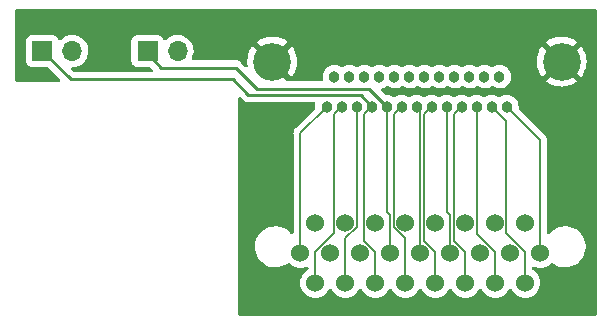
<source format=gbr>
%TF.GenerationSoftware,KiCad,Pcbnew,(6.0.5)*%
%TF.CreationDate,2022-07-15T13:10:31-06:00*%
%TF.ProjectId,25to25,3235746f-3235-42e6-9b69-6361645f7063,rev?*%
%TF.SameCoordinates,Original*%
%TF.FileFunction,Copper,L1,Top*%
%TF.FilePolarity,Positive*%
%FSLAX46Y46*%
G04 Gerber Fmt 4.6, Leading zero omitted, Abs format (unit mm)*
G04 Created by KiCad (PCBNEW (6.0.5)) date 2022-07-15 13:10:31*
%MOMM*%
%LPD*%
G01*
G04 APERTURE LIST*
%TA.AperFunction,ComponentPad*%
%ADD10R,1.700000X1.700000*%
%TD*%
%TA.AperFunction,ComponentPad*%
%ADD11O,1.700000X1.700000*%
%TD*%
%TA.AperFunction,ComponentPad*%
%ADD12C,3.200400*%
%TD*%
%TA.AperFunction,ComponentPad*%
%ADD13C,0.965200*%
%TD*%
%TA.AperFunction,ComponentPad*%
%ADD14C,1.530000*%
%TD*%
%TA.AperFunction,Conductor*%
%ADD15C,0.250000*%
%TD*%
%TA.AperFunction,Conductor*%
%ADD16C,0.127000*%
%TD*%
G04 APERTURE END LIST*
D10*
%TO.P,J2,1,Pin_1*%
%TO.N,Net-(J2-Pad1)*%
X117550000Y-62600000D03*
D11*
%TO.P,J2,2,Pin_2*%
%TO.N,Net-(J2-Pad2)*%
X120090000Y-62600000D03*
%TD*%
D12*
%TO.P,J3,0,PAD*%
%TO.N,GND*%
X137009999Y-63490000D03*
X161510001Y-63490000D03*
D13*
%TO.P,J3,1,1*%
%TO.N,Net-(J3-Pad1)*%
X156880000Y-67300000D03*
%TO.P,J3,2,2*%
%TO.N,Net-(J3-Pad2)*%
X155610000Y-67300000D03*
%TO.P,J3,3,3*%
%TO.N,Net-(J3-Pad3)*%
X154340000Y-67300000D03*
%TO.P,J3,4,4*%
%TO.N,Net-(J3-Pad4)*%
X153070000Y-67300000D03*
%TO.P,J3,5,5*%
%TO.N,Net-(J3-Pad5)*%
X151800000Y-67300000D03*
%TO.P,J3,6,6*%
%TO.N,Net-(J3-Pad6)*%
X150530000Y-67300000D03*
%TO.P,J3,7,7*%
%TO.N,Net-(J3-Pad7)*%
X149260000Y-67300000D03*
%TO.P,J3,8,8*%
%TO.N,Net-(J3-Pad8)*%
X147990000Y-67300000D03*
%TO.P,J3,9,9*%
%TO.N,Net-(J1-Pad1)*%
X146720000Y-67300000D03*
%TO.P,J3,10,10*%
%TO.N,Net-(J2-Pad1)*%
X145450000Y-67300000D03*
%TO.P,J3,11,11*%
%TO.N,Net-(J3-Pad11)*%
X144180000Y-67300000D03*
%TO.P,J3,12,12*%
%TO.N,Net-(J3-Pad12)*%
X142910000Y-67300000D03*
%TO.P,J3,13,13*%
%TO.N,Net-(J3-Pad13)*%
X141640000Y-67300000D03*
%TO.P,J3,14,P14*%
%TO.N,Net-(J3-Pad14)*%
X156245000Y-64760000D03*
%TO.P,J3,15,P15*%
%TO.N,Net-(J3-Pad15)*%
X154975000Y-64760000D03*
%TO.P,J3,16,P16*%
%TO.N,Net-(J3-Pad16)*%
X153705000Y-64760000D03*
%TO.P,J3,17,P17*%
%TO.N,Net-(J3-Pad17)*%
X152435000Y-64760000D03*
%TO.P,J3,18,P18*%
%TO.N,Net-(J3-Pad18)*%
X151165000Y-64760000D03*
%TO.P,J3,19,P19*%
%TO.N,Net-(J3-Pad19)*%
X149895000Y-64760000D03*
%TO.P,J3,20,P20*%
%TO.N,Net-(J3-Pad20)*%
X148625000Y-64760000D03*
%TO.P,J3,21,P21*%
%TO.N,Net-(J3-Pad21)*%
X147355000Y-64760000D03*
%TO.P,J3,22,P22*%
%TO.N,Net-(J1-Pad2)*%
X146085000Y-64760000D03*
%TO.P,J3,23,P23*%
%TO.N,Net-(J2-Pad2)*%
X144815000Y-64760000D03*
%TO.P,J3,24,P24*%
%TO.N,Net-(J3-Pad24)*%
X143545000Y-64760000D03*
%TO.P,J3,25,P25*%
%TO.N,Net-(J3-Pad25)*%
X142275000Y-64760000D03*
%TD*%
D10*
%TO.P,J1,1,Pin_1*%
%TO.N,Net-(J1-Pad1)*%
X126450000Y-62600000D03*
D11*
%TO.P,J1,2,Pin_2*%
%TO.N,Net-(J1-Pad2)*%
X128990000Y-62600000D03*
%TD*%
D14*
%TO.P,J4,1,1*%
%TO.N,Net-(J3-Pad1)*%
X159705033Y-79683276D03*
%TO.P,J4,2,2*%
%TO.N,Net-(J3-Pad2)*%
X158435033Y-82223276D03*
%TO.P,J4,3,3*%
%TO.N,Net-(J3-Pad3)*%
X155895033Y-82223276D03*
%TO.P,J4,4,4*%
%TO.N,Net-(J3-Pad4)*%
X153355033Y-82223276D03*
%TO.P,J4,5,5*%
%TO.N,Net-(J3-Pad5)*%
X152085033Y-79683276D03*
%TO.P,J4,6,6*%
%TO.N,Net-(J3-Pad6)*%
X150815033Y-82223276D03*
%TO.P,J4,7,7*%
%TO.N,Net-(J3-Pad7)*%
X149545033Y-79683276D03*
%TO.P,J4,8,8*%
%TO.N,Net-(J3-Pad8)*%
X148275033Y-82223276D03*
%TO.P,J4,9,9*%
%TO.N,Net-(J1-Pad1)*%
X147005033Y-79683276D03*
%TO.P,J4,10,10*%
%TO.N,Net-(J2-Pad1)*%
X145735033Y-82223276D03*
%TO.P,J4,11,11*%
%TO.N,Net-(J3-Pad11)*%
X143195033Y-82223276D03*
%TO.P,J4,12,12*%
%TO.N,Net-(J3-Pad12)*%
X140655033Y-82223276D03*
%TO.P,J4,13,13*%
%TO.N,Net-(J3-Pad13)*%
X139385033Y-79683276D03*
%TO.P,J4,14,P14*%
%TO.N,Net-(J3-Pad14)*%
X158435033Y-77143276D03*
%TO.P,J4,15,P15*%
%TO.N,Net-(J3-Pad15)*%
X157165033Y-79683276D03*
%TO.P,J4,16,P16*%
%TO.N,Net-(J3-Pad16)*%
X155895033Y-77143276D03*
%TO.P,J4,17,P17*%
%TO.N,Net-(J3-Pad17)*%
X154625033Y-79683276D03*
%TO.P,J4,18,P18*%
%TO.N,Net-(J3-Pad18)*%
X153355033Y-77143276D03*
%TO.P,J4,19,P19*%
%TO.N,Net-(J3-Pad19)*%
X150815033Y-77143276D03*
%TO.P,J4,20,P20*%
%TO.N,Net-(J3-Pad20)*%
X148275033Y-77143276D03*
%TO.P,J4,21,P21*%
%TO.N,Net-(J3-Pad21)*%
X145735033Y-77143276D03*
%TO.P,J4,22,P22*%
%TO.N,Net-(J1-Pad2)*%
X144465033Y-79683276D03*
%TO.P,J4,23,P23*%
%TO.N,Net-(J2-Pad2)*%
X143195033Y-77143276D03*
%TO.P,J4,24,P24*%
%TO.N,Net-(J3-Pad24)*%
X141925033Y-79683276D03*
%TO.P,J4,25,P25*%
%TO.N,Net-(J3-Pad25)*%
X140655033Y-77143276D03*
%TD*%
D15*
%TO.N,Net-(J1-Pad1)*%
X145220000Y-65800000D02*
X135700000Y-65800000D01*
X127600000Y-64000000D02*
X126450000Y-62850000D01*
X146720000Y-67300000D02*
X145220000Y-65800000D01*
X126450000Y-62850000D02*
X126450000Y-62600000D01*
D16*
X147005033Y-76483276D02*
X146720000Y-76198243D01*
X146720000Y-67300000D02*
X146720000Y-76198243D01*
D15*
X133900000Y-64000000D02*
X127600000Y-64000000D01*
D16*
X147005033Y-79683276D02*
X147005033Y-76483276D01*
D15*
X135700000Y-65800000D02*
X133900000Y-64000000D01*
%TO.N,Net-(J2-Pad1)*%
X133700000Y-65000000D02*
X135000000Y-66300000D01*
X135000000Y-66300000D02*
X144500000Y-66300000D01*
D16*
X144807022Y-78712858D02*
X145735033Y-79640869D01*
D15*
X117550000Y-62600000D02*
X119950000Y-65000000D01*
X119950000Y-65000000D02*
X133700000Y-65000000D01*
D16*
X145450000Y-67300000D02*
X144807022Y-67942978D01*
D15*
X144500000Y-66350000D02*
X145450000Y-67300000D01*
D16*
X144807022Y-67942978D02*
X144807022Y-78712858D01*
X145735033Y-79640869D02*
X145735033Y-82223276D01*
D15*
X144500000Y-66300000D02*
X144500000Y-66350000D01*
D16*
%TO.N,Net-(J3-Pad1)*%
X159705033Y-79683276D02*
X159705033Y-70125033D01*
X159705033Y-70125033D02*
X156880000Y-67300000D01*
%TO.N,Net-(J3-Pad2)*%
X158435033Y-79640869D02*
X158435033Y-82223276D01*
X155610000Y-67300000D02*
X156823044Y-68513044D01*
X156823044Y-78028880D02*
X158435033Y-79640869D01*
X156823044Y-68513044D02*
X156823044Y-78028880D01*
%TO.N,Net-(J3-Pad3)*%
X154340000Y-67300000D02*
X154340000Y-78085836D01*
X154340000Y-78085836D02*
X155895033Y-79640869D01*
X155895033Y-79640869D02*
X155895033Y-82223276D01*
%TO.N,Net-(J3-Pad4)*%
X153070000Y-67300000D02*
X152427022Y-67942978D01*
X153355033Y-79640869D02*
X153355033Y-82223276D01*
X152427022Y-78712858D02*
X153355033Y-79640869D01*
X152427022Y-67942978D02*
X152427022Y-78712858D01*
%TO.N,Net-(J3-Pad5)*%
X152085033Y-76483276D02*
X152085033Y-79683276D01*
X151800000Y-76198243D02*
X152085033Y-76483276D01*
X151800000Y-67300000D02*
X151800000Y-76198243D01*
%TO.N,Net-(J3-Pad6)*%
X149887022Y-78712858D02*
X150815033Y-79640869D01*
X150815033Y-79640869D02*
X150815033Y-82223276D01*
X150530000Y-67300000D02*
X149887022Y-67942978D01*
X149887022Y-67942978D02*
X149887022Y-78712858D01*
%TO.N,Net-(J3-Pad7)*%
X149260000Y-67300000D02*
X149545033Y-67585033D01*
X149545033Y-67585033D02*
X149545033Y-79683276D01*
%TO.N,Net-(J3-Pad8)*%
X148275033Y-78455683D02*
X148275033Y-82223276D01*
X147347022Y-77527672D02*
X148275033Y-78455683D01*
X147990000Y-67300000D02*
X147347022Y-67942978D01*
X147347022Y-67942978D02*
X147347022Y-77527672D01*
%TO.N,Net-(J3-Pad11)*%
X144180000Y-77470716D02*
X144180000Y-67300000D01*
X143195033Y-78455683D02*
X144180000Y-77470716D01*
X143195033Y-82223276D02*
X143195033Y-78455683D01*
%TO.N,Net-(J3-Pad12)*%
X142910000Y-67300000D02*
X142267022Y-67942978D01*
X142267022Y-78028880D02*
X140655033Y-79640869D01*
X142267022Y-67942978D02*
X142267022Y-78028880D01*
X140655033Y-79640869D02*
X140655033Y-82223276D01*
%TO.N,Net-(J3-Pad13)*%
X139385033Y-69554967D02*
X139385033Y-79683276D01*
X141640000Y-67300000D02*
X139385033Y-69554967D01*
%TD*%
%TA.AperFunction,Conductor*%
%TO.N,GND*%
G36*
X164433621Y-59028502D02*
G01*
X164480114Y-59082158D01*
X164491500Y-59134500D01*
X164491500Y-84865500D01*
X164471498Y-84933621D01*
X164417842Y-84980114D01*
X164365500Y-84991500D01*
X134234500Y-84991500D01*
X134166379Y-84971498D01*
X134119886Y-84917842D01*
X134108500Y-84865500D01*
X134108500Y-66608594D01*
X134128502Y-66540473D01*
X134182158Y-66493980D01*
X134252432Y-66483876D01*
X134317012Y-66513370D01*
X134323595Y-66519499D01*
X134496343Y-66692247D01*
X134503887Y-66700537D01*
X134508000Y-66707018D01*
X134513777Y-66712443D01*
X134557667Y-66753658D01*
X134560509Y-66756413D01*
X134580231Y-66776135D01*
X134583355Y-66778558D01*
X134583359Y-66778562D01*
X134583424Y-66778612D01*
X134592445Y-66786317D01*
X134624679Y-66816586D01*
X134631627Y-66820405D01*
X134631629Y-66820407D01*
X134642432Y-66826346D01*
X134658959Y-66837202D01*
X134668698Y-66844757D01*
X134668700Y-66844758D01*
X134674960Y-66849614D01*
X134715540Y-66867174D01*
X134726188Y-66872391D01*
X134764940Y-66893695D01*
X134772616Y-66895666D01*
X134772619Y-66895667D01*
X134784562Y-66898733D01*
X134803267Y-66905137D01*
X134821855Y-66913181D01*
X134829678Y-66914420D01*
X134829688Y-66914423D01*
X134865524Y-66920099D01*
X134877144Y-66922505D01*
X134912289Y-66931528D01*
X134919970Y-66933500D01*
X134940224Y-66933500D01*
X134959934Y-66935051D01*
X134979943Y-66938220D01*
X134987835Y-66937474D01*
X135023961Y-66934059D01*
X135035819Y-66933500D01*
X140544775Y-66933500D01*
X140612896Y-66953502D01*
X140659389Y-67007158D01*
X140669493Y-67077432D01*
X140668022Y-67085697D01*
X140667731Y-67087066D01*
X140665867Y-67092942D01*
X140644201Y-67286095D01*
X140644717Y-67292239D01*
X140654860Y-67413035D01*
X140640628Y-67482591D01*
X140618397Y-67512673D01*
X139012919Y-69118151D01*
X139000528Y-69129018D01*
X138977078Y-69147012D01*
X138885392Y-69266499D01*
X138827756Y-69405645D01*
X138813033Y-69517475D01*
X138813033Y-69517481D01*
X138808098Y-69554967D01*
X138809176Y-69563155D01*
X138809176Y-69563156D01*
X138811955Y-69584265D01*
X138813033Y-69600711D01*
X138813033Y-77963398D01*
X138793031Y-78031519D01*
X138739375Y-78078012D01*
X138669101Y-78088116D01*
X138604521Y-78058622D01*
X138595314Y-78049350D01*
X138595263Y-78049401D01*
X138530826Y-77984626D01*
X138409794Y-77862959D01*
X138198259Y-77706716D01*
X137965523Y-77584269D01*
X137716944Y-77498433D01*
X137597862Y-77476685D01*
X137462213Y-77451911D01*
X137462210Y-77451911D01*
X137458242Y-77451186D01*
X137374096Y-77446776D01*
X137210159Y-77446776D01*
X137207780Y-77446957D01*
X137207779Y-77446957D01*
X137019576Y-77461273D01*
X137019571Y-77461274D01*
X137014809Y-77461636D01*
X137010155Y-77462715D01*
X137010153Y-77462715D01*
X136859765Y-77497573D01*
X136758620Y-77521017D01*
X136514360Y-77618467D01*
X136287651Y-77751742D01*
X136083710Y-77917776D01*
X135907231Y-78112748D01*
X135762273Y-78332171D01*
X135760272Y-78336511D01*
X135760270Y-78336515D01*
X135654997Y-78564870D01*
X135652173Y-78570996D01*
X135650849Y-78575597D01*
X135650849Y-78575598D01*
X135633545Y-78635748D01*
X135579465Y-78823727D01*
X135545822Y-79084547D01*
X135552018Y-79347455D01*
X135597910Y-79606402D01*
X135682442Y-79855427D01*
X135803670Y-80088800D01*
X135958803Y-80301151D01*
X136144272Y-80487593D01*
X136355807Y-80643836D01*
X136588543Y-80766283D01*
X136837122Y-80852119D01*
X136906831Y-80864850D01*
X137091853Y-80898641D01*
X137091856Y-80898641D01*
X137095824Y-80899366D01*
X137179970Y-80903776D01*
X137343907Y-80903776D01*
X137346286Y-80903595D01*
X137346287Y-80903595D01*
X137534490Y-80889279D01*
X137534495Y-80889278D01*
X137539257Y-80888916D01*
X137543911Y-80887837D01*
X137543913Y-80887837D01*
X137790782Y-80830616D01*
X137790781Y-80830616D01*
X137795446Y-80829535D01*
X138039706Y-80732085D01*
X138266415Y-80598810D01*
X138270135Y-80595782D01*
X138306722Y-80565995D01*
X138372178Y-80538498D01*
X138442109Y-80550754D01*
X138475368Y-80574612D01*
X138563316Y-80662560D01*
X138745850Y-80790373D01*
X138750832Y-80792696D01*
X138750837Y-80792699D01*
X138942824Y-80882223D01*
X138947806Y-80884546D01*
X138953114Y-80885968D01*
X138953116Y-80885969D01*
X139003902Y-80899577D01*
X139163047Y-80942220D01*
X139385033Y-80961641D01*
X139607019Y-80942220D01*
X139766164Y-80899577D01*
X139816950Y-80885969D01*
X139816952Y-80885968D01*
X139822260Y-80884546D01*
X139903784Y-80846531D01*
X139973974Y-80835870D01*
X140038787Y-80864850D01*
X140077644Y-80924269D01*
X140083033Y-80960726D01*
X140083033Y-81005199D01*
X140063031Y-81073320D01*
X140020216Y-81114144D01*
X140015851Y-81116179D01*
X140011347Y-81119332D01*
X140011343Y-81119335D01*
X139837827Y-81240833D01*
X139833316Y-81243992D01*
X139675749Y-81401559D01*
X139547936Y-81584094D01*
X139545613Y-81589076D01*
X139545610Y-81589081D01*
X139499228Y-81688549D01*
X139453763Y-81786049D01*
X139396089Y-82001290D01*
X139376668Y-82223276D01*
X139396089Y-82445262D01*
X139453763Y-82660503D01*
X139456085Y-82665484D01*
X139456086Y-82665485D01*
X139545610Y-82857471D01*
X139545613Y-82857476D01*
X139547936Y-82862458D01*
X139675749Y-83044993D01*
X139833316Y-83202560D01*
X140015850Y-83330373D01*
X140020832Y-83332696D01*
X140020837Y-83332699D01*
X140212824Y-83422223D01*
X140217806Y-83424546D01*
X140223114Y-83425968D01*
X140223116Y-83425969D01*
X140289498Y-83443756D01*
X140433047Y-83482220D01*
X140655033Y-83501641D01*
X140877019Y-83482220D01*
X141020568Y-83443756D01*
X141086950Y-83425969D01*
X141086952Y-83425968D01*
X141092260Y-83424546D01*
X141097242Y-83422223D01*
X141289229Y-83332699D01*
X141289234Y-83332696D01*
X141294216Y-83330373D01*
X141476750Y-83202560D01*
X141634317Y-83044993D01*
X141762130Y-82862458D01*
X141764453Y-82857476D01*
X141764456Y-82857471D01*
X141810838Y-82758003D01*
X141857755Y-82704718D01*
X141926032Y-82685257D01*
X141993992Y-82705799D01*
X142039228Y-82758003D01*
X142085610Y-82857471D01*
X142085613Y-82857476D01*
X142087936Y-82862458D01*
X142215749Y-83044993D01*
X142373316Y-83202560D01*
X142555850Y-83330373D01*
X142560832Y-83332696D01*
X142560837Y-83332699D01*
X142752824Y-83422223D01*
X142757806Y-83424546D01*
X142763114Y-83425968D01*
X142763116Y-83425969D01*
X142829498Y-83443756D01*
X142973047Y-83482220D01*
X143195033Y-83501641D01*
X143417019Y-83482220D01*
X143560568Y-83443756D01*
X143626950Y-83425969D01*
X143626952Y-83425968D01*
X143632260Y-83424546D01*
X143637242Y-83422223D01*
X143829229Y-83332699D01*
X143829234Y-83332696D01*
X143834216Y-83330373D01*
X144016750Y-83202560D01*
X144174317Y-83044993D01*
X144302130Y-82862458D01*
X144304453Y-82857476D01*
X144304456Y-82857471D01*
X144350838Y-82758003D01*
X144397755Y-82704718D01*
X144466032Y-82685257D01*
X144533992Y-82705799D01*
X144579228Y-82758003D01*
X144625610Y-82857471D01*
X144625613Y-82857476D01*
X144627936Y-82862458D01*
X144755749Y-83044993D01*
X144913316Y-83202560D01*
X145095850Y-83330373D01*
X145100832Y-83332696D01*
X145100837Y-83332699D01*
X145292824Y-83422223D01*
X145297806Y-83424546D01*
X145303114Y-83425968D01*
X145303116Y-83425969D01*
X145369498Y-83443756D01*
X145513047Y-83482220D01*
X145735033Y-83501641D01*
X145957019Y-83482220D01*
X146100568Y-83443756D01*
X146166950Y-83425969D01*
X146166952Y-83425968D01*
X146172260Y-83424546D01*
X146177242Y-83422223D01*
X146369229Y-83332699D01*
X146369234Y-83332696D01*
X146374216Y-83330373D01*
X146556750Y-83202560D01*
X146714317Y-83044993D01*
X146842130Y-82862458D01*
X146844453Y-82857476D01*
X146844456Y-82857471D01*
X146890838Y-82758003D01*
X146937755Y-82704718D01*
X147006032Y-82685257D01*
X147073992Y-82705799D01*
X147119228Y-82758003D01*
X147165610Y-82857471D01*
X147165613Y-82857476D01*
X147167936Y-82862458D01*
X147295749Y-83044993D01*
X147453316Y-83202560D01*
X147635850Y-83330373D01*
X147640832Y-83332696D01*
X147640837Y-83332699D01*
X147832824Y-83422223D01*
X147837806Y-83424546D01*
X147843114Y-83425968D01*
X147843116Y-83425969D01*
X147909498Y-83443756D01*
X148053047Y-83482220D01*
X148275033Y-83501641D01*
X148497019Y-83482220D01*
X148640568Y-83443756D01*
X148706950Y-83425969D01*
X148706952Y-83425968D01*
X148712260Y-83424546D01*
X148717242Y-83422223D01*
X148909229Y-83332699D01*
X148909234Y-83332696D01*
X148914216Y-83330373D01*
X149096750Y-83202560D01*
X149254317Y-83044993D01*
X149382130Y-82862458D01*
X149384453Y-82857476D01*
X149384456Y-82857471D01*
X149430838Y-82758003D01*
X149477755Y-82704718D01*
X149546032Y-82685257D01*
X149613992Y-82705799D01*
X149659228Y-82758003D01*
X149705610Y-82857471D01*
X149705613Y-82857476D01*
X149707936Y-82862458D01*
X149835749Y-83044993D01*
X149993316Y-83202560D01*
X150175850Y-83330373D01*
X150180832Y-83332696D01*
X150180837Y-83332699D01*
X150372824Y-83422223D01*
X150377806Y-83424546D01*
X150383114Y-83425968D01*
X150383116Y-83425969D01*
X150449498Y-83443756D01*
X150593047Y-83482220D01*
X150815033Y-83501641D01*
X151037019Y-83482220D01*
X151180568Y-83443756D01*
X151246950Y-83425969D01*
X151246952Y-83425968D01*
X151252260Y-83424546D01*
X151257242Y-83422223D01*
X151449229Y-83332699D01*
X151449234Y-83332696D01*
X151454216Y-83330373D01*
X151636750Y-83202560D01*
X151794317Y-83044993D01*
X151922130Y-82862458D01*
X151924453Y-82857476D01*
X151924456Y-82857471D01*
X151970838Y-82758003D01*
X152017755Y-82704718D01*
X152086032Y-82685257D01*
X152153992Y-82705799D01*
X152199228Y-82758003D01*
X152245610Y-82857471D01*
X152245613Y-82857476D01*
X152247936Y-82862458D01*
X152375749Y-83044993D01*
X152533316Y-83202560D01*
X152715850Y-83330373D01*
X152720832Y-83332696D01*
X152720837Y-83332699D01*
X152912824Y-83422223D01*
X152917806Y-83424546D01*
X152923114Y-83425968D01*
X152923116Y-83425969D01*
X152989498Y-83443756D01*
X153133047Y-83482220D01*
X153355033Y-83501641D01*
X153577019Y-83482220D01*
X153720568Y-83443756D01*
X153786950Y-83425969D01*
X153786952Y-83425968D01*
X153792260Y-83424546D01*
X153797242Y-83422223D01*
X153989229Y-83332699D01*
X153989234Y-83332696D01*
X153994216Y-83330373D01*
X154176750Y-83202560D01*
X154334317Y-83044993D01*
X154462130Y-82862458D01*
X154464453Y-82857476D01*
X154464456Y-82857471D01*
X154510838Y-82758003D01*
X154557755Y-82704718D01*
X154626032Y-82685257D01*
X154693992Y-82705799D01*
X154739228Y-82758003D01*
X154785610Y-82857471D01*
X154785613Y-82857476D01*
X154787936Y-82862458D01*
X154915749Y-83044993D01*
X155073316Y-83202560D01*
X155255850Y-83330373D01*
X155260832Y-83332696D01*
X155260837Y-83332699D01*
X155452824Y-83422223D01*
X155457806Y-83424546D01*
X155463114Y-83425968D01*
X155463116Y-83425969D01*
X155529498Y-83443756D01*
X155673047Y-83482220D01*
X155895033Y-83501641D01*
X156117019Y-83482220D01*
X156260568Y-83443756D01*
X156326950Y-83425969D01*
X156326952Y-83425968D01*
X156332260Y-83424546D01*
X156337242Y-83422223D01*
X156529229Y-83332699D01*
X156529234Y-83332696D01*
X156534216Y-83330373D01*
X156716750Y-83202560D01*
X156874317Y-83044993D01*
X157002130Y-82862458D01*
X157004453Y-82857476D01*
X157004456Y-82857471D01*
X157050838Y-82758003D01*
X157097755Y-82704718D01*
X157166032Y-82685257D01*
X157233992Y-82705799D01*
X157279228Y-82758003D01*
X157325610Y-82857471D01*
X157325613Y-82857476D01*
X157327936Y-82862458D01*
X157455749Y-83044993D01*
X157613316Y-83202560D01*
X157795850Y-83330373D01*
X157800832Y-83332696D01*
X157800837Y-83332699D01*
X157992824Y-83422223D01*
X157997806Y-83424546D01*
X158003114Y-83425968D01*
X158003116Y-83425969D01*
X158069498Y-83443756D01*
X158213047Y-83482220D01*
X158435033Y-83501641D01*
X158657019Y-83482220D01*
X158800568Y-83443756D01*
X158866950Y-83425969D01*
X158866952Y-83425968D01*
X158872260Y-83424546D01*
X158877242Y-83422223D01*
X159069229Y-83332699D01*
X159069234Y-83332696D01*
X159074216Y-83330373D01*
X159256750Y-83202560D01*
X159414317Y-83044993D01*
X159542130Y-82862458D01*
X159544453Y-82857476D01*
X159544456Y-82857471D01*
X159633980Y-82665485D01*
X159633981Y-82665484D01*
X159636303Y-82660503D01*
X159693977Y-82445262D01*
X159713398Y-82223276D01*
X159693977Y-82001290D01*
X159636303Y-81786049D01*
X159590838Y-81688549D01*
X159544456Y-81589081D01*
X159544453Y-81589076D01*
X159542130Y-81584094D01*
X159414317Y-81401559D01*
X159256750Y-81243992D01*
X159074216Y-81116179D01*
X159069879Y-81114157D01*
X159021039Y-81062932D01*
X159007033Y-81005198D01*
X159007033Y-80960726D01*
X159027035Y-80892605D01*
X159080691Y-80846112D01*
X159150965Y-80836008D01*
X159186280Y-80846530D01*
X159267806Y-80884546D01*
X159273114Y-80885968D01*
X159273116Y-80885969D01*
X159323902Y-80899577D01*
X159483047Y-80942220D01*
X159705033Y-80961641D01*
X159927019Y-80942220D01*
X160086164Y-80899577D01*
X160136950Y-80885969D01*
X160136952Y-80885968D01*
X160142260Y-80884546D01*
X160147242Y-80882223D01*
X160339229Y-80792699D01*
X160339234Y-80792696D01*
X160344216Y-80790373D01*
X160526750Y-80662560D01*
X160615905Y-80573405D01*
X160678217Y-80539379D01*
X160749032Y-80544444D01*
X160779854Y-80561146D01*
X160891807Y-80643836D01*
X160896037Y-80646061D01*
X160896041Y-80646064D01*
X161062916Y-80733860D01*
X161124543Y-80766283D01*
X161373122Y-80852119D01*
X161442831Y-80864850D01*
X161627853Y-80898641D01*
X161627856Y-80898641D01*
X161631824Y-80899366D01*
X161715970Y-80903776D01*
X161879907Y-80903776D01*
X161882286Y-80903595D01*
X161882287Y-80903595D01*
X162070490Y-80889279D01*
X162070495Y-80889278D01*
X162075257Y-80888916D01*
X162079911Y-80887837D01*
X162079913Y-80887837D01*
X162326782Y-80830616D01*
X162326781Y-80830616D01*
X162331446Y-80829535D01*
X162575706Y-80732085D01*
X162802415Y-80598810D01*
X163006356Y-80432776D01*
X163182835Y-80237804D01*
X163327793Y-80018381D01*
X163405004Y-79850899D01*
X163435887Y-79783908D01*
X163435888Y-79783905D01*
X163437893Y-79779556D01*
X163510601Y-79526825D01*
X163544244Y-79266005D01*
X163539856Y-79079810D01*
X163538161Y-79007877D01*
X163538161Y-79007872D01*
X163538048Y-79003097D01*
X163492156Y-78744150D01*
X163407624Y-78495125D01*
X163286396Y-78261752D01*
X163131263Y-78049401D01*
X163113475Y-78031519D01*
X162949172Y-77866355D01*
X162945794Y-77862959D01*
X162734259Y-77706716D01*
X162501523Y-77584269D01*
X162252944Y-77498433D01*
X162133862Y-77476685D01*
X161998213Y-77451911D01*
X161998210Y-77451911D01*
X161994242Y-77451186D01*
X161910096Y-77446776D01*
X161746159Y-77446776D01*
X161743780Y-77446957D01*
X161743779Y-77446957D01*
X161555576Y-77461273D01*
X161555571Y-77461274D01*
X161550809Y-77461636D01*
X161546155Y-77462715D01*
X161546153Y-77462715D01*
X161395765Y-77497573D01*
X161294620Y-77521017D01*
X161050360Y-77618467D01*
X160823651Y-77751742D01*
X160619710Y-77917776D01*
X160559201Y-77984626D01*
X160496448Y-78053954D01*
X160435905Y-78091035D01*
X160364925Y-78089498D01*
X160306044Y-78049830D01*
X160277956Y-77984626D01*
X160277033Y-77969399D01*
X160277033Y-70170784D01*
X160278111Y-70154337D01*
X160280891Y-70133221D01*
X160281969Y-70125033D01*
X160262310Y-69975711D01*
X160204674Y-69836565D01*
X160136009Y-69747079D01*
X160136008Y-69747078D01*
X160112988Y-69717078D01*
X160089538Y-69699084D01*
X160077147Y-69688217D01*
X157901347Y-67512417D01*
X157867321Y-67450105D01*
X157865436Y-67407533D01*
X157875508Y-67327807D01*
X157875896Y-67300000D01*
X157856929Y-67106563D01*
X157855148Y-67100664D01*
X157855147Y-67100659D01*
X157822039Y-66991001D01*
X157800752Y-66920494D01*
X157790493Y-66901199D01*
X157712399Y-66754326D01*
X157712397Y-66754324D01*
X157709503Y-66748880D01*
X157595089Y-66608594D01*
X157590554Y-66603033D01*
X157590551Y-66603030D01*
X157586659Y-66598258D01*
X157516809Y-66540473D01*
X157441648Y-66478294D01*
X157441644Y-66478292D01*
X157436898Y-66474365D01*
X157265925Y-66381920D01*
X157173089Y-66353183D01*
X157086140Y-66326267D01*
X157086137Y-66326266D01*
X157080253Y-66324445D01*
X157074128Y-66323801D01*
X157074127Y-66323801D01*
X156893081Y-66304772D01*
X156893080Y-66304772D01*
X156886953Y-66304128D01*
X156806331Y-66311465D01*
X156699527Y-66321185D01*
X156699524Y-66321186D01*
X156693388Y-66321744D01*
X156687482Y-66323482D01*
X156687478Y-66323483D01*
X156585139Y-66353603D01*
X156506931Y-66376621D01*
X156501473Y-66379474D01*
X156501469Y-66379476D01*
X156491190Y-66384850D01*
X156334684Y-66466670D01*
X156329886Y-66470528D01*
X156329878Y-66470533D01*
X156324841Y-66474583D01*
X156259219Y-66501680D01*
X156189364Y-66488997D01*
X156175429Y-66480844D01*
X156171642Y-66478290D01*
X156166898Y-66474365D01*
X155995925Y-66381920D01*
X155903089Y-66353183D01*
X155816140Y-66326267D01*
X155816137Y-66326266D01*
X155810253Y-66324445D01*
X155804128Y-66323801D01*
X155804127Y-66323801D01*
X155623081Y-66304772D01*
X155623080Y-66304772D01*
X155616953Y-66304128D01*
X155536331Y-66311465D01*
X155429527Y-66321185D01*
X155429524Y-66321186D01*
X155423388Y-66321744D01*
X155417482Y-66323482D01*
X155417478Y-66323483D01*
X155315139Y-66353603D01*
X155236931Y-66376621D01*
X155231473Y-66379474D01*
X155231469Y-66379476D01*
X155221190Y-66384850D01*
X155064684Y-66466670D01*
X155059886Y-66470528D01*
X155059878Y-66470533D01*
X155054841Y-66474583D01*
X154989219Y-66501680D01*
X154919364Y-66488997D01*
X154905429Y-66480844D01*
X154901642Y-66478290D01*
X154896898Y-66474365D01*
X154725925Y-66381920D01*
X154633089Y-66353183D01*
X154546140Y-66326267D01*
X154546137Y-66326266D01*
X154540253Y-66324445D01*
X154534128Y-66323801D01*
X154534127Y-66323801D01*
X154353081Y-66304772D01*
X154353080Y-66304772D01*
X154346953Y-66304128D01*
X154266331Y-66311465D01*
X154159527Y-66321185D01*
X154159524Y-66321186D01*
X154153388Y-66321744D01*
X154147482Y-66323482D01*
X154147478Y-66323483D01*
X154045139Y-66353603D01*
X153966931Y-66376621D01*
X153961473Y-66379474D01*
X153961469Y-66379476D01*
X153951190Y-66384850D01*
X153794684Y-66466670D01*
X153789886Y-66470528D01*
X153789878Y-66470533D01*
X153784841Y-66474583D01*
X153719219Y-66501680D01*
X153649364Y-66488997D01*
X153635429Y-66480844D01*
X153631642Y-66478290D01*
X153626898Y-66474365D01*
X153455925Y-66381920D01*
X153363089Y-66353183D01*
X153276140Y-66326267D01*
X153276137Y-66326266D01*
X153270253Y-66324445D01*
X153264128Y-66323801D01*
X153264127Y-66323801D01*
X153083081Y-66304772D01*
X153083080Y-66304772D01*
X153076953Y-66304128D01*
X152996331Y-66311465D01*
X152889527Y-66321185D01*
X152889524Y-66321186D01*
X152883388Y-66321744D01*
X152877482Y-66323482D01*
X152877478Y-66323483D01*
X152775139Y-66353603D01*
X152696931Y-66376621D01*
X152691473Y-66379474D01*
X152691469Y-66379476D01*
X152681190Y-66384850D01*
X152524684Y-66466670D01*
X152519886Y-66470528D01*
X152519878Y-66470533D01*
X152514841Y-66474583D01*
X152449219Y-66501680D01*
X152379364Y-66488997D01*
X152365429Y-66480844D01*
X152361642Y-66478290D01*
X152356898Y-66474365D01*
X152185925Y-66381920D01*
X152093089Y-66353183D01*
X152006140Y-66326267D01*
X152006137Y-66326266D01*
X152000253Y-66324445D01*
X151994128Y-66323801D01*
X151994127Y-66323801D01*
X151813081Y-66304772D01*
X151813080Y-66304772D01*
X151806953Y-66304128D01*
X151726331Y-66311465D01*
X151619527Y-66321185D01*
X151619524Y-66321186D01*
X151613388Y-66321744D01*
X151607482Y-66323482D01*
X151607478Y-66323483D01*
X151505139Y-66353603D01*
X151426931Y-66376621D01*
X151421473Y-66379474D01*
X151421469Y-66379476D01*
X151411190Y-66384850D01*
X151254684Y-66466670D01*
X151249886Y-66470528D01*
X151249878Y-66470533D01*
X151244841Y-66474583D01*
X151179219Y-66501680D01*
X151109364Y-66488997D01*
X151095429Y-66480844D01*
X151091642Y-66478290D01*
X151086898Y-66474365D01*
X150915925Y-66381920D01*
X150823089Y-66353183D01*
X150736140Y-66326267D01*
X150736137Y-66326266D01*
X150730253Y-66324445D01*
X150724128Y-66323801D01*
X150724127Y-66323801D01*
X150543081Y-66304772D01*
X150543080Y-66304772D01*
X150536953Y-66304128D01*
X150456331Y-66311465D01*
X150349527Y-66321185D01*
X150349524Y-66321186D01*
X150343388Y-66321744D01*
X150337482Y-66323482D01*
X150337478Y-66323483D01*
X150235139Y-66353603D01*
X150156931Y-66376621D01*
X150151473Y-66379474D01*
X150151469Y-66379476D01*
X150141190Y-66384850D01*
X149984684Y-66466670D01*
X149979886Y-66470528D01*
X149979878Y-66470533D01*
X149974841Y-66474583D01*
X149909219Y-66501680D01*
X149839364Y-66488997D01*
X149825429Y-66480844D01*
X149821642Y-66478290D01*
X149816898Y-66474365D01*
X149645925Y-66381920D01*
X149553089Y-66353183D01*
X149466140Y-66326267D01*
X149466137Y-66326266D01*
X149460253Y-66324445D01*
X149454128Y-66323801D01*
X149454127Y-66323801D01*
X149273081Y-66304772D01*
X149273080Y-66304772D01*
X149266953Y-66304128D01*
X149186331Y-66311465D01*
X149079527Y-66321185D01*
X149079524Y-66321186D01*
X149073388Y-66321744D01*
X149067482Y-66323482D01*
X149067478Y-66323483D01*
X148965139Y-66353603D01*
X148886931Y-66376621D01*
X148881473Y-66379474D01*
X148881469Y-66379476D01*
X148871190Y-66384850D01*
X148714684Y-66466670D01*
X148709886Y-66470528D01*
X148709878Y-66470533D01*
X148704841Y-66474583D01*
X148639219Y-66501680D01*
X148569364Y-66488997D01*
X148555429Y-66480844D01*
X148551642Y-66478290D01*
X148546898Y-66474365D01*
X148375925Y-66381920D01*
X148283089Y-66353183D01*
X148196140Y-66326267D01*
X148196137Y-66326266D01*
X148190253Y-66324445D01*
X148184128Y-66323801D01*
X148184127Y-66323801D01*
X148003081Y-66304772D01*
X148003080Y-66304772D01*
X147996953Y-66304128D01*
X147916331Y-66311465D01*
X147809527Y-66321185D01*
X147809524Y-66321186D01*
X147803388Y-66321744D01*
X147797482Y-66323482D01*
X147797478Y-66323483D01*
X147695139Y-66353603D01*
X147616931Y-66376621D01*
X147611473Y-66379474D01*
X147611469Y-66379476D01*
X147601190Y-66384850D01*
X147444684Y-66466670D01*
X147439886Y-66470528D01*
X147439878Y-66470533D01*
X147434841Y-66474583D01*
X147369219Y-66501680D01*
X147299364Y-66488997D01*
X147285429Y-66480844D01*
X147281642Y-66478290D01*
X147276898Y-66474365D01*
X147105925Y-66381920D01*
X147013089Y-66353183D01*
X146926140Y-66326267D01*
X146926137Y-66326266D01*
X146920253Y-66324445D01*
X146914128Y-66323801D01*
X146914127Y-66323801D01*
X146733081Y-66304772D01*
X146733080Y-66304772D01*
X146726953Y-66304128D01*
X146687732Y-66307698D01*
X146618080Y-66293954D01*
X146587217Y-66271312D01*
X146253069Y-65937164D01*
X146219043Y-65874852D01*
X146224108Y-65804037D01*
X146266655Y-65747201D01*
X146308280Y-65726711D01*
X146439203Y-65690157D01*
X146439216Y-65690152D01*
X146445140Y-65688498D01*
X146618628Y-65600863D01*
X146640650Y-65583658D01*
X146706643Y-65557480D01*
X146776314Y-65571137D01*
X146784961Y-65576359D01*
X146786629Y-65577779D01*
X146956294Y-65672602D01*
X147141146Y-65732664D01*
X147334144Y-65755678D01*
X147340279Y-65755206D01*
X147340281Y-65755206D01*
X147521795Y-65741239D01*
X147521800Y-65741238D01*
X147527936Y-65740766D01*
X147533866Y-65739110D01*
X147533868Y-65739110D01*
X147650573Y-65706525D01*
X147715140Y-65688498D01*
X147888628Y-65600863D01*
X147910650Y-65583658D01*
X147976643Y-65557480D01*
X148046314Y-65571137D01*
X148054961Y-65576359D01*
X148056629Y-65577779D01*
X148226294Y-65672602D01*
X148411146Y-65732664D01*
X148604144Y-65755678D01*
X148610279Y-65755206D01*
X148610281Y-65755206D01*
X148791795Y-65741239D01*
X148791800Y-65741238D01*
X148797936Y-65740766D01*
X148803866Y-65739110D01*
X148803868Y-65739110D01*
X148920573Y-65706525D01*
X148985140Y-65688498D01*
X149158628Y-65600863D01*
X149180650Y-65583658D01*
X149246643Y-65557480D01*
X149316314Y-65571137D01*
X149324961Y-65576359D01*
X149326629Y-65577779D01*
X149496294Y-65672602D01*
X149681146Y-65732664D01*
X149874144Y-65755678D01*
X149880279Y-65755206D01*
X149880281Y-65755206D01*
X150061795Y-65741239D01*
X150061800Y-65741238D01*
X150067936Y-65740766D01*
X150073866Y-65739110D01*
X150073868Y-65739110D01*
X150190573Y-65706525D01*
X150255140Y-65688498D01*
X150428628Y-65600863D01*
X150450650Y-65583658D01*
X150516643Y-65557480D01*
X150586314Y-65571137D01*
X150594961Y-65576359D01*
X150596629Y-65577779D01*
X150766294Y-65672602D01*
X150951146Y-65732664D01*
X151144144Y-65755678D01*
X151150279Y-65755206D01*
X151150281Y-65755206D01*
X151331795Y-65741239D01*
X151331800Y-65741238D01*
X151337936Y-65740766D01*
X151343866Y-65739110D01*
X151343868Y-65739110D01*
X151460573Y-65706525D01*
X151525140Y-65688498D01*
X151698628Y-65600863D01*
X151720650Y-65583658D01*
X151786643Y-65557480D01*
X151856314Y-65571137D01*
X151864961Y-65576359D01*
X151866629Y-65577779D01*
X152036294Y-65672602D01*
X152221146Y-65732664D01*
X152414144Y-65755678D01*
X152420279Y-65755206D01*
X152420281Y-65755206D01*
X152601795Y-65741239D01*
X152601800Y-65741238D01*
X152607936Y-65740766D01*
X152613866Y-65739110D01*
X152613868Y-65739110D01*
X152730573Y-65706525D01*
X152795140Y-65688498D01*
X152968628Y-65600863D01*
X152990650Y-65583658D01*
X153056643Y-65557480D01*
X153126314Y-65571137D01*
X153134961Y-65576359D01*
X153136629Y-65577779D01*
X153306294Y-65672602D01*
X153491146Y-65732664D01*
X153684144Y-65755678D01*
X153690279Y-65755206D01*
X153690281Y-65755206D01*
X153871795Y-65741239D01*
X153871800Y-65741238D01*
X153877936Y-65740766D01*
X153883866Y-65739110D01*
X153883868Y-65739110D01*
X154000573Y-65706525D01*
X154065140Y-65688498D01*
X154238628Y-65600863D01*
X154260650Y-65583658D01*
X154326643Y-65557480D01*
X154396314Y-65571137D01*
X154404961Y-65576359D01*
X154406629Y-65577779D01*
X154576294Y-65672602D01*
X154761146Y-65732664D01*
X154954144Y-65755678D01*
X154960279Y-65755206D01*
X154960281Y-65755206D01*
X155141795Y-65741239D01*
X155141800Y-65741238D01*
X155147936Y-65740766D01*
X155153866Y-65739110D01*
X155153868Y-65739110D01*
X155270573Y-65706525D01*
X155335140Y-65688498D01*
X155508628Y-65600863D01*
X155530650Y-65583658D01*
X155596643Y-65557480D01*
X155666314Y-65571137D01*
X155674961Y-65576359D01*
X155676629Y-65577779D01*
X155846294Y-65672602D01*
X156031146Y-65732664D01*
X156224144Y-65755678D01*
X156230279Y-65755206D01*
X156230281Y-65755206D01*
X156411795Y-65741239D01*
X156411800Y-65741238D01*
X156417936Y-65740766D01*
X156423866Y-65739110D01*
X156423868Y-65739110D01*
X156540573Y-65706525D01*
X156605140Y-65688498D01*
X156778628Y-65600863D01*
X156785132Y-65595782D01*
X156915609Y-65493841D01*
X156931789Y-65481200D01*
X156935815Y-65476536D01*
X156935818Y-65476533D01*
X157054763Y-65338733D01*
X157058791Y-65334067D01*
X157061834Y-65328710D01*
X157061837Y-65328706D01*
X157112291Y-65239889D01*
X157154796Y-65165067D01*
X157159547Y-65150788D01*
X160214485Y-65150788D01*
X160221540Y-65160761D01*
X160264642Y-65196800D01*
X160271575Y-65201837D01*
X160507802Y-65350022D01*
X160515354Y-65354071D01*
X160769512Y-65468829D01*
X160777543Y-65471815D01*
X161044924Y-65551017D01*
X161053276Y-65552884D01*
X161328938Y-65595066D01*
X161337471Y-65595782D01*
X161616302Y-65600163D01*
X161624853Y-65599714D01*
X161901703Y-65566212D01*
X161910104Y-65564610D01*
X162179859Y-65493841D01*
X162187961Y-65491114D01*
X162445606Y-65384394D01*
X162453274Y-65380588D01*
X162694051Y-65239889D01*
X162701132Y-65235076D01*
X162796026Y-65160671D01*
X162804496Y-65148812D01*
X162797979Y-65137188D01*
X161522813Y-63862022D01*
X161508869Y-63854408D01*
X161507036Y-63854539D01*
X161500421Y-63858790D01*
X160221777Y-65137434D01*
X160214485Y-65150788D01*
X157159547Y-65150788D01*
X157160204Y-65148812D01*
X157185373Y-65073149D01*
X157216147Y-64980639D01*
X157240508Y-64787807D01*
X157240896Y-64760000D01*
X157221929Y-64566563D01*
X157220148Y-64560664D01*
X157220147Y-64560659D01*
X157167533Y-64386394D01*
X157165752Y-64380494D01*
X157144948Y-64341368D01*
X157077399Y-64214326D01*
X157077397Y-64214324D01*
X157074503Y-64208880D01*
X156982908Y-64096573D01*
X156955554Y-64063033D01*
X156955551Y-64063030D01*
X156951659Y-64058258D01*
X156945520Y-64053179D01*
X156806648Y-63938294D01*
X156806644Y-63938292D01*
X156801898Y-63934365D01*
X156630925Y-63841920D01*
X156497109Y-63800497D01*
X156451140Y-63786267D01*
X156451137Y-63786266D01*
X156445253Y-63784445D01*
X156439128Y-63783801D01*
X156439127Y-63783801D01*
X156258081Y-63764772D01*
X156258080Y-63764772D01*
X156251953Y-63764128D01*
X156177586Y-63770896D01*
X156064527Y-63781185D01*
X156064524Y-63781186D01*
X156058388Y-63781744D01*
X156052482Y-63783482D01*
X156052478Y-63783483D01*
X155951302Y-63813261D01*
X155871931Y-63836621D01*
X155866473Y-63839474D01*
X155866469Y-63839476D01*
X155805799Y-63871194D01*
X155699684Y-63926670D01*
X155694886Y-63930528D01*
X155694878Y-63930533D01*
X155689841Y-63934583D01*
X155624219Y-63961680D01*
X155554364Y-63948997D01*
X155540429Y-63940844D01*
X155536642Y-63938290D01*
X155531898Y-63934365D01*
X155360925Y-63841920D01*
X155227109Y-63800497D01*
X155181140Y-63786267D01*
X155181137Y-63786266D01*
X155175253Y-63784445D01*
X155169128Y-63783801D01*
X155169127Y-63783801D01*
X154988081Y-63764772D01*
X154988080Y-63764772D01*
X154981953Y-63764128D01*
X154907586Y-63770896D01*
X154794527Y-63781185D01*
X154794524Y-63781186D01*
X154788388Y-63781744D01*
X154782482Y-63783482D01*
X154782478Y-63783483D01*
X154681302Y-63813261D01*
X154601931Y-63836621D01*
X154596473Y-63839474D01*
X154596469Y-63839476D01*
X154535799Y-63871194D01*
X154429684Y-63926670D01*
X154424886Y-63930528D01*
X154424878Y-63930533D01*
X154419841Y-63934583D01*
X154354219Y-63961680D01*
X154284364Y-63948997D01*
X154270429Y-63940844D01*
X154266642Y-63938290D01*
X154261898Y-63934365D01*
X154090925Y-63841920D01*
X153957109Y-63800497D01*
X153911140Y-63786267D01*
X153911137Y-63786266D01*
X153905253Y-63784445D01*
X153899128Y-63783801D01*
X153899127Y-63783801D01*
X153718081Y-63764772D01*
X153718080Y-63764772D01*
X153711953Y-63764128D01*
X153637586Y-63770896D01*
X153524527Y-63781185D01*
X153524524Y-63781186D01*
X153518388Y-63781744D01*
X153512482Y-63783482D01*
X153512478Y-63783483D01*
X153411302Y-63813261D01*
X153331931Y-63836621D01*
X153326473Y-63839474D01*
X153326469Y-63839476D01*
X153265799Y-63871194D01*
X153159684Y-63926670D01*
X153154886Y-63930528D01*
X153154878Y-63930533D01*
X153149841Y-63934583D01*
X153084219Y-63961680D01*
X153014364Y-63948997D01*
X153000429Y-63940844D01*
X152996642Y-63938290D01*
X152991898Y-63934365D01*
X152820925Y-63841920D01*
X152687109Y-63800497D01*
X152641140Y-63786267D01*
X152641137Y-63786266D01*
X152635253Y-63784445D01*
X152629128Y-63783801D01*
X152629127Y-63783801D01*
X152448081Y-63764772D01*
X152448080Y-63764772D01*
X152441953Y-63764128D01*
X152367586Y-63770896D01*
X152254527Y-63781185D01*
X152254524Y-63781186D01*
X152248388Y-63781744D01*
X152242482Y-63783482D01*
X152242478Y-63783483D01*
X152141302Y-63813261D01*
X152061931Y-63836621D01*
X152056473Y-63839474D01*
X152056469Y-63839476D01*
X151995799Y-63871194D01*
X151889684Y-63926670D01*
X151884886Y-63930528D01*
X151884878Y-63930533D01*
X151879841Y-63934583D01*
X151814219Y-63961680D01*
X151744364Y-63948997D01*
X151730429Y-63940844D01*
X151726642Y-63938290D01*
X151721898Y-63934365D01*
X151550925Y-63841920D01*
X151417109Y-63800497D01*
X151371140Y-63786267D01*
X151371137Y-63786266D01*
X151365253Y-63784445D01*
X151359128Y-63783801D01*
X151359127Y-63783801D01*
X151178081Y-63764772D01*
X151178080Y-63764772D01*
X151171953Y-63764128D01*
X151097586Y-63770896D01*
X150984527Y-63781185D01*
X150984524Y-63781186D01*
X150978388Y-63781744D01*
X150972482Y-63783482D01*
X150972478Y-63783483D01*
X150871302Y-63813261D01*
X150791931Y-63836621D01*
X150786473Y-63839474D01*
X150786469Y-63839476D01*
X150725799Y-63871194D01*
X150619684Y-63926670D01*
X150614886Y-63930528D01*
X150614878Y-63930533D01*
X150609841Y-63934583D01*
X150544219Y-63961680D01*
X150474364Y-63948997D01*
X150460429Y-63940844D01*
X150456642Y-63938290D01*
X150451898Y-63934365D01*
X150280925Y-63841920D01*
X150147109Y-63800497D01*
X150101140Y-63786267D01*
X150101137Y-63786266D01*
X150095253Y-63784445D01*
X150089128Y-63783801D01*
X150089127Y-63783801D01*
X149908081Y-63764772D01*
X149908080Y-63764772D01*
X149901953Y-63764128D01*
X149827586Y-63770896D01*
X149714527Y-63781185D01*
X149714524Y-63781186D01*
X149708388Y-63781744D01*
X149702482Y-63783482D01*
X149702478Y-63783483D01*
X149601302Y-63813261D01*
X149521931Y-63836621D01*
X149516473Y-63839474D01*
X149516469Y-63839476D01*
X149455799Y-63871194D01*
X149349684Y-63926670D01*
X149344886Y-63930528D01*
X149344878Y-63930533D01*
X149339841Y-63934583D01*
X149274219Y-63961680D01*
X149204364Y-63948997D01*
X149190429Y-63940844D01*
X149186642Y-63938290D01*
X149181898Y-63934365D01*
X149010925Y-63841920D01*
X148877109Y-63800497D01*
X148831140Y-63786267D01*
X148831137Y-63786266D01*
X148825253Y-63784445D01*
X148819128Y-63783801D01*
X148819127Y-63783801D01*
X148638081Y-63764772D01*
X148638080Y-63764772D01*
X148631953Y-63764128D01*
X148557586Y-63770896D01*
X148444527Y-63781185D01*
X148444524Y-63781186D01*
X148438388Y-63781744D01*
X148432482Y-63783482D01*
X148432478Y-63783483D01*
X148331302Y-63813261D01*
X148251931Y-63836621D01*
X148246473Y-63839474D01*
X148246469Y-63839476D01*
X148185799Y-63871194D01*
X148079684Y-63926670D01*
X148074886Y-63930528D01*
X148074878Y-63930533D01*
X148069841Y-63934583D01*
X148004219Y-63961680D01*
X147934364Y-63948997D01*
X147920429Y-63940844D01*
X147916642Y-63938290D01*
X147911898Y-63934365D01*
X147740925Y-63841920D01*
X147607109Y-63800497D01*
X147561140Y-63786267D01*
X147561137Y-63786266D01*
X147555253Y-63784445D01*
X147549128Y-63783801D01*
X147549127Y-63783801D01*
X147368081Y-63764772D01*
X147368080Y-63764772D01*
X147361953Y-63764128D01*
X147287586Y-63770896D01*
X147174527Y-63781185D01*
X147174524Y-63781186D01*
X147168388Y-63781744D01*
X147162482Y-63783482D01*
X147162478Y-63783483D01*
X147061302Y-63813261D01*
X146981931Y-63836621D01*
X146976473Y-63839474D01*
X146976469Y-63839476D01*
X146915799Y-63871194D01*
X146809684Y-63926670D01*
X146804886Y-63930528D01*
X146804878Y-63930533D01*
X146799841Y-63934583D01*
X146734219Y-63961680D01*
X146664364Y-63948997D01*
X146650429Y-63940844D01*
X146646642Y-63938290D01*
X146641898Y-63934365D01*
X146470925Y-63841920D01*
X146337109Y-63800497D01*
X146291140Y-63786267D01*
X146291137Y-63786266D01*
X146285253Y-63784445D01*
X146279128Y-63783801D01*
X146279127Y-63783801D01*
X146098081Y-63764772D01*
X146098080Y-63764772D01*
X146091953Y-63764128D01*
X146017586Y-63770896D01*
X145904527Y-63781185D01*
X145904524Y-63781186D01*
X145898388Y-63781744D01*
X145892482Y-63783482D01*
X145892478Y-63783483D01*
X145791302Y-63813261D01*
X145711931Y-63836621D01*
X145706473Y-63839474D01*
X145706469Y-63839476D01*
X145645799Y-63871194D01*
X145539684Y-63926670D01*
X145534886Y-63930528D01*
X145534878Y-63930533D01*
X145529841Y-63934583D01*
X145464219Y-63961680D01*
X145394364Y-63948997D01*
X145380429Y-63940844D01*
X145376642Y-63938290D01*
X145371898Y-63934365D01*
X145200925Y-63841920D01*
X145067109Y-63800497D01*
X145021140Y-63786267D01*
X145021137Y-63786266D01*
X145015253Y-63784445D01*
X145009128Y-63783801D01*
X145009127Y-63783801D01*
X144828081Y-63764772D01*
X144828080Y-63764772D01*
X144821953Y-63764128D01*
X144747586Y-63770896D01*
X144634527Y-63781185D01*
X144634524Y-63781186D01*
X144628388Y-63781744D01*
X144622482Y-63783482D01*
X144622478Y-63783483D01*
X144521302Y-63813261D01*
X144441931Y-63836621D01*
X144436473Y-63839474D01*
X144436469Y-63839476D01*
X144375799Y-63871194D01*
X144269684Y-63926670D01*
X144264886Y-63930528D01*
X144264878Y-63930533D01*
X144259841Y-63934583D01*
X144194219Y-63961680D01*
X144124364Y-63948997D01*
X144110429Y-63940844D01*
X144106642Y-63938290D01*
X144101898Y-63934365D01*
X143930925Y-63841920D01*
X143797109Y-63800497D01*
X143751140Y-63786267D01*
X143751137Y-63786266D01*
X143745253Y-63784445D01*
X143739128Y-63783801D01*
X143739127Y-63783801D01*
X143558081Y-63764772D01*
X143558080Y-63764772D01*
X143551953Y-63764128D01*
X143477586Y-63770896D01*
X143364527Y-63781185D01*
X143364524Y-63781186D01*
X143358388Y-63781744D01*
X143352482Y-63783482D01*
X143352478Y-63783483D01*
X143251302Y-63813261D01*
X143171931Y-63836621D01*
X143166473Y-63839474D01*
X143166469Y-63839476D01*
X143105799Y-63871194D01*
X142999684Y-63926670D01*
X142994886Y-63930528D01*
X142994878Y-63930533D01*
X142989841Y-63934583D01*
X142924219Y-63961680D01*
X142854364Y-63948997D01*
X142840429Y-63940844D01*
X142836642Y-63938290D01*
X142831898Y-63934365D01*
X142660925Y-63841920D01*
X142527109Y-63800497D01*
X142481140Y-63786267D01*
X142481137Y-63786266D01*
X142475253Y-63784445D01*
X142469128Y-63783801D01*
X142469127Y-63783801D01*
X142288081Y-63764772D01*
X142288080Y-63764772D01*
X142281953Y-63764128D01*
X142207586Y-63770896D01*
X142094527Y-63781185D01*
X142094524Y-63781186D01*
X142088388Y-63781744D01*
X142082482Y-63783482D01*
X142082478Y-63783483D01*
X141981302Y-63813261D01*
X141901931Y-63836621D01*
X141896473Y-63839474D01*
X141896469Y-63839476D01*
X141835799Y-63871194D01*
X141729684Y-63926670D01*
X141724886Y-63930528D01*
X141724884Y-63930529D01*
X141665218Y-63978502D01*
X141578208Y-64048460D01*
X141453273Y-64197352D01*
X141450309Y-64202744D01*
X141450306Y-64202748D01*
X141446935Y-64208880D01*
X141359637Y-64367675D01*
X141357776Y-64373542D01*
X141357775Y-64373544D01*
X141353699Y-64386394D01*
X141300867Y-64552942D01*
X141279201Y-64746095D01*
X141295465Y-64939778D01*
X141305427Y-64974519D01*
X141314388Y-65005770D01*
X141313937Y-65076765D01*
X141275176Y-65136246D01*
X141210409Y-65165329D01*
X141193269Y-65166500D01*
X138379479Y-65166500D01*
X138311358Y-65146498D01*
X138290384Y-65129595D01*
X136651921Y-63491132D01*
X137374407Y-63491132D01*
X137374538Y-63492965D01*
X137378789Y-63499580D01*
X138657406Y-64778197D01*
X138669616Y-64784864D01*
X138681115Y-64776175D01*
X138791632Y-64625725D01*
X138796216Y-64618502D01*
X138929279Y-64373430D01*
X138932847Y-64365636D01*
X139031418Y-64104779D01*
X139033895Y-64096573D01*
X139096151Y-63824750D01*
X139097491Y-63816289D01*
X139122442Y-63536719D01*
X139122688Y-63531780D01*
X139123099Y-63492485D01*
X139122956Y-63487519D01*
X139121908Y-63472152D01*
X159397238Y-63472152D01*
X159413291Y-63750558D01*
X159414364Y-63759058D01*
X159468053Y-64032710D01*
X159470266Y-64040972D01*
X159560599Y-64304813D01*
X159563915Y-64312700D01*
X159689218Y-64561838D01*
X159693575Y-64569204D01*
X159837289Y-64778311D01*
X159847542Y-64786654D01*
X159861283Y-64779508D01*
X161137979Y-63502812D01*
X161144357Y-63491132D01*
X161874409Y-63491132D01*
X161874540Y-63492965D01*
X161878791Y-63499580D01*
X163157408Y-64778197D01*
X163169618Y-64784864D01*
X163181117Y-64776175D01*
X163291634Y-64625725D01*
X163296218Y-64618502D01*
X163429281Y-64373430D01*
X163432849Y-64365636D01*
X163531420Y-64104779D01*
X163533897Y-64096573D01*
X163596153Y-63824750D01*
X163597493Y-63816289D01*
X163622444Y-63536719D01*
X163622690Y-63531780D01*
X163623101Y-63492485D01*
X163622958Y-63487519D01*
X163603868Y-63207493D01*
X163602707Y-63199019D01*
X163546154Y-62925936D01*
X163543855Y-62917701D01*
X163450763Y-62654817D01*
X163447366Y-62646967D01*
X163319458Y-62399151D01*
X163315030Y-62391839D01*
X163181955Y-62202492D01*
X163171434Y-62194113D01*
X163158046Y-62201165D01*
X161882023Y-63477188D01*
X161874409Y-63491132D01*
X161144357Y-63491132D01*
X161145593Y-63488868D01*
X161145462Y-63487035D01*
X161141211Y-63480420D01*
X159862018Y-62201227D01*
X159850008Y-62194668D01*
X159838269Y-62203636D01*
X159716579Y-62372986D01*
X159712057Y-62380280D01*
X159581575Y-62626717D01*
X159578089Y-62634545D01*
X159482254Y-62896426D01*
X159479865Y-62904649D01*
X159420457Y-63177122D01*
X159419208Y-63185578D01*
X159397327Y-63463601D01*
X159397238Y-63472152D01*
X139121908Y-63472152D01*
X139103866Y-63207493D01*
X139102705Y-63199019D01*
X139046152Y-62925936D01*
X139043853Y-62917701D01*
X138950761Y-62654817D01*
X138947364Y-62646967D01*
X138819456Y-62399151D01*
X138815028Y-62391839D01*
X138681953Y-62202492D01*
X138671432Y-62194113D01*
X138658044Y-62201165D01*
X137382021Y-63477188D01*
X137374407Y-63491132D01*
X136651921Y-63491132D01*
X135362016Y-62201227D01*
X135350006Y-62194668D01*
X135338267Y-62203636D01*
X135216577Y-62372986D01*
X135212055Y-62380280D01*
X135081573Y-62626717D01*
X135078087Y-62634545D01*
X134982252Y-62896426D01*
X134979863Y-62904649D01*
X134920455Y-63177122D01*
X134919206Y-63185578D01*
X134897325Y-63463601D01*
X134897236Y-63472152D01*
X134913289Y-63750558D01*
X134914363Y-63759061D01*
X134922492Y-63800497D01*
X134915978Y-63871194D01*
X134872277Y-63927147D01*
X134805263Y-63950591D01*
X134736212Y-63934082D01*
X134709754Y-63913849D01*
X134403652Y-63607747D01*
X134396112Y-63599461D01*
X134392000Y-63592982D01*
X134342348Y-63546356D01*
X134339507Y-63543602D01*
X134319770Y-63523865D01*
X134316573Y-63521385D01*
X134307551Y-63513680D01*
X134290996Y-63498134D01*
X134275321Y-63483414D01*
X134268375Y-63479595D01*
X134268372Y-63479593D01*
X134257566Y-63473652D01*
X134241047Y-63462801D01*
X134240583Y-63462441D01*
X134225041Y-63450386D01*
X134217772Y-63447241D01*
X134217768Y-63447238D01*
X134184463Y-63432826D01*
X134173813Y-63427609D01*
X134135060Y-63406305D01*
X134115437Y-63401267D01*
X134096734Y-63394863D01*
X134085420Y-63389967D01*
X134085419Y-63389967D01*
X134078145Y-63386819D01*
X134070322Y-63385580D01*
X134070312Y-63385577D01*
X134034476Y-63379901D01*
X134022856Y-63377495D01*
X133987711Y-63368472D01*
X133987710Y-63368472D01*
X133980030Y-63366500D01*
X133959776Y-63366500D01*
X133940065Y-63364949D01*
X133927886Y-63363020D01*
X133920057Y-63361780D01*
X133912165Y-63362526D01*
X133876039Y-63365941D01*
X133864181Y-63366500D01*
X130329434Y-63366500D01*
X130261313Y-63346498D01*
X130214820Y-63292842D01*
X130204716Y-63222568D01*
X130216477Y-63184673D01*
X130245677Y-63125592D01*
X130257430Y-63101811D01*
X130322370Y-62888069D01*
X130351529Y-62666590D01*
X130351817Y-62654817D01*
X130353074Y-62603365D01*
X130353074Y-62603361D01*
X130353156Y-62600000D01*
X130334852Y-62377361D01*
X130280431Y-62160702D01*
X130191354Y-61955840D01*
X130110731Y-61831216D01*
X135715299Y-61831216D01*
X135721695Y-61842486D01*
X136997187Y-63117978D01*
X137011131Y-63125592D01*
X137012964Y-63125461D01*
X137019579Y-63121210D01*
X138297808Y-61842981D01*
X138304232Y-61831216D01*
X160215301Y-61831216D01*
X160221697Y-61842486D01*
X161497189Y-63117978D01*
X161511133Y-63125592D01*
X161512966Y-63125461D01*
X161519581Y-63121210D01*
X162797810Y-61842981D01*
X162805001Y-61829812D01*
X162797678Y-61819575D01*
X162737413Y-61770247D01*
X162730441Y-61765293D01*
X162492661Y-61619581D01*
X162485070Y-61615613D01*
X162229729Y-61503526D01*
X162221669Y-61500624D01*
X161953475Y-61424228D01*
X161945097Y-61422446D01*
X161669014Y-61383154D01*
X161660467Y-61382527D01*
X161381603Y-61381066D01*
X161373069Y-61381603D01*
X161096582Y-61418003D01*
X161088184Y-61419696D01*
X160819210Y-61493280D01*
X160811114Y-61496099D01*
X160554604Y-61605509D01*
X160546981Y-61609394D01*
X160307695Y-61752603D01*
X160300663Y-61757490D01*
X160223770Y-61819093D01*
X160215301Y-61831216D01*
X138304232Y-61831216D01*
X138304999Y-61829812D01*
X138297676Y-61819575D01*
X138237411Y-61770247D01*
X138230439Y-61765293D01*
X137992659Y-61619581D01*
X137985068Y-61615613D01*
X137729727Y-61503526D01*
X137721667Y-61500624D01*
X137453473Y-61424228D01*
X137445095Y-61422446D01*
X137169012Y-61383154D01*
X137160465Y-61382527D01*
X136881601Y-61381066D01*
X136873067Y-61381603D01*
X136596580Y-61418003D01*
X136588182Y-61419696D01*
X136319208Y-61493280D01*
X136311112Y-61496099D01*
X136054602Y-61605509D01*
X136046979Y-61609394D01*
X135807693Y-61752603D01*
X135800661Y-61757490D01*
X135723768Y-61819093D01*
X135715299Y-61831216D01*
X130110731Y-61831216D01*
X130103200Y-61819575D01*
X130072822Y-61772617D01*
X130072820Y-61772614D01*
X130070014Y-61768277D01*
X129919670Y-61603051D01*
X129915619Y-61599852D01*
X129915615Y-61599848D01*
X129748414Y-61467800D01*
X129748410Y-61467798D01*
X129744359Y-61464598D01*
X129548789Y-61356638D01*
X129543920Y-61354914D01*
X129543916Y-61354912D01*
X129343087Y-61283795D01*
X129343083Y-61283794D01*
X129338212Y-61282069D01*
X129333119Y-61281162D01*
X129333116Y-61281161D01*
X129123373Y-61243800D01*
X129123367Y-61243799D01*
X129118284Y-61242894D01*
X129044452Y-61241992D01*
X128900081Y-61240228D01*
X128900079Y-61240228D01*
X128894911Y-61240165D01*
X128674091Y-61273955D01*
X128461756Y-61343357D01*
X128431443Y-61359137D01*
X128318363Y-61418003D01*
X128263607Y-61446507D01*
X128259474Y-61449610D01*
X128259471Y-61449612D01*
X128089100Y-61577530D01*
X128084965Y-61580635D01*
X128028537Y-61639684D01*
X128004283Y-61665064D01*
X127942759Y-61700494D01*
X127871846Y-61697037D01*
X127814060Y-61655791D01*
X127795207Y-61622243D01*
X127753767Y-61511703D01*
X127750615Y-61503295D01*
X127663261Y-61386739D01*
X127546705Y-61299385D01*
X127410316Y-61248255D01*
X127348134Y-61241500D01*
X125551866Y-61241500D01*
X125489684Y-61248255D01*
X125353295Y-61299385D01*
X125236739Y-61386739D01*
X125149385Y-61503295D01*
X125098255Y-61639684D01*
X125091500Y-61701866D01*
X125091500Y-63498134D01*
X125098255Y-63560316D01*
X125149385Y-63696705D01*
X125236739Y-63813261D01*
X125353295Y-63900615D01*
X125489684Y-63951745D01*
X125551866Y-63958500D01*
X126610406Y-63958500D01*
X126678527Y-63978502D01*
X126699501Y-63995405D01*
X126855501Y-64151405D01*
X126889527Y-64213717D01*
X126884462Y-64284532D01*
X126841915Y-64341368D01*
X126775395Y-64366179D01*
X126766406Y-64366500D01*
X120264594Y-64366500D01*
X120196473Y-64346498D01*
X120175499Y-64329595D01*
X120021317Y-64175413D01*
X119987291Y-64113101D01*
X119992356Y-64042286D01*
X120034903Y-63985450D01*
X120101423Y-63960639D01*
X120115024Y-63960403D01*
X120130845Y-63960983D01*
X120146674Y-63961564D01*
X120146678Y-63961564D01*
X120151837Y-63961753D01*
X120156957Y-63961097D01*
X120156959Y-63961097D01*
X120368288Y-63934025D01*
X120368289Y-63934025D01*
X120373416Y-63933368D01*
X120379849Y-63931438D01*
X120582429Y-63870661D01*
X120582434Y-63870659D01*
X120587384Y-63869174D01*
X120787994Y-63770896D01*
X120969860Y-63641173D01*
X121128096Y-63483489D01*
X121136243Y-63472152D01*
X121255435Y-63306277D01*
X121258453Y-63302077D01*
X121316478Y-63184673D01*
X121355136Y-63106453D01*
X121355137Y-63106451D01*
X121357430Y-63101811D01*
X121422370Y-62888069D01*
X121451529Y-62666590D01*
X121451817Y-62654817D01*
X121453074Y-62603365D01*
X121453074Y-62603361D01*
X121453156Y-62600000D01*
X121434852Y-62377361D01*
X121380431Y-62160702D01*
X121291354Y-61955840D01*
X121203200Y-61819575D01*
X121172822Y-61772617D01*
X121172820Y-61772614D01*
X121170014Y-61768277D01*
X121019670Y-61603051D01*
X121015619Y-61599852D01*
X121015615Y-61599848D01*
X120848414Y-61467800D01*
X120848410Y-61467798D01*
X120844359Y-61464598D01*
X120648789Y-61356638D01*
X120643920Y-61354914D01*
X120643916Y-61354912D01*
X120443087Y-61283795D01*
X120443083Y-61283794D01*
X120438212Y-61282069D01*
X120433119Y-61281162D01*
X120433116Y-61281161D01*
X120223373Y-61243800D01*
X120223367Y-61243799D01*
X120218284Y-61242894D01*
X120144452Y-61241992D01*
X120000081Y-61240228D01*
X120000079Y-61240228D01*
X119994911Y-61240165D01*
X119774091Y-61273955D01*
X119561756Y-61343357D01*
X119531443Y-61359137D01*
X119418363Y-61418003D01*
X119363607Y-61446507D01*
X119359474Y-61449610D01*
X119359471Y-61449612D01*
X119189100Y-61577530D01*
X119184965Y-61580635D01*
X119128537Y-61639684D01*
X119104283Y-61665064D01*
X119042759Y-61700494D01*
X118971846Y-61697037D01*
X118914060Y-61655791D01*
X118895207Y-61622243D01*
X118853767Y-61511703D01*
X118850615Y-61503295D01*
X118763261Y-61386739D01*
X118646705Y-61299385D01*
X118510316Y-61248255D01*
X118448134Y-61241500D01*
X116651866Y-61241500D01*
X116589684Y-61248255D01*
X116453295Y-61299385D01*
X116336739Y-61386739D01*
X116249385Y-61503295D01*
X116198255Y-61639684D01*
X116191500Y-61701866D01*
X116191500Y-63498134D01*
X116198255Y-63560316D01*
X116249385Y-63696705D01*
X116336739Y-63813261D01*
X116453295Y-63900615D01*
X116589684Y-63951745D01*
X116651866Y-63958500D01*
X117960406Y-63958500D01*
X118028527Y-63978502D01*
X118049501Y-63995405D01*
X119030501Y-64976405D01*
X119064527Y-65038717D01*
X119059462Y-65109532D01*
X119016915Y-65166368D01*
X118950395Y-65191179D01*
X118941406Y-65191500D01*
X115384500Y-65191500D01*
X115316379Y-65171498D01*
X115269886Y-65117842D01*
X115258500Y-65065500D01*
X115258500Y-59134500D01*
X115278502Y-59066379D01*
X115332158Y-59019886D01*
X115384500Y-59008500D01*
X164365500Y-59008500D01*
X164433621Y-59028502D01*
G37*
%TD.AperFunction*%
%TD*%
M02*

</source>
